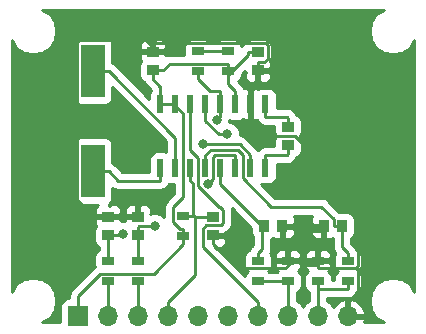
<source format=gtl>
G04 #@! TF.GenerationSoftware,KiCad,Pcbnew,(2018-02-15 revision 29b28de31)-makepkg*
G04 #@! TF.CreationDate,2018-12-22T18:26:03+03:00*
G04 #@! TF.ProjectId,CS5490_Breakout,4353353439305F427265616B6F75742E,rev?*
G04 #@! TF.SameCoordinates,Original*
G04 #@! TF.FileFunction,Copper,L1,Top,Signal*
G04 #@! TF.FilePolarity,Positive*
%FSLAX46Y46*%
G04 Gerber Fmt 4.6, Leading zero omitted, Abs format (unit mm)*
G04 Created by KiCad (PCBNEW (2018-02-15 revision 29b28de31)-makepkg) date 12/22/18 18:26:03*
%MOMM*%
%LPD*%
G01*
G04 APERTURE LIST*
%ADD10R,1.000000X0.670000*%
%ADD11R,0.820000X1.000000*%
%ADD12R,1.000000X0.820000*%
%ADD13R,2.000000X4.500000*%
%ADD14R,1.700000X1.700000*%
%ADD15O,1.700000X1.700000*%
%ADD16R,0.600000X1.500000*%
%ADD17C,0.800000*%
%ADD18C,0.250000*%
%ADD19C,0.254000*%
G04 APERTURE END LIST*
D10*
X152400000Y-100725000D03*
X152400000Y-102475000D03*
D11*
X157010000Y-115570000D03*
X155410000Y-115570000D03*
X160490000Y-115570000D03*
X162090000Y-115570000D03*
D12*
X142240000Y-114770000D03*
X142240000Y-116370000D03*
X144780000Y-114770000D03*
X144780000Y-116370000D03*
X151130000Y-114770000D03*
X151130000Y-116370000D03*
X154940000Y-102400000D03*
X154940000Y-100800000D03*
X146050000Y-100800000D03*
X146050000Y-102400000D03*
X157480000Y-107150000D03*
X157480000Y-108750000D03*
D10*
X148590000Y-116445000D03*
X148590000Y-114695000D03*
X149860000Y-100725000D03*
X149860000Y-102475000D03*
X157480000Y-120255000D03*
X157480000Y-118505000D03*
X160020000Y-120255000D03*
X160020000Y-118505000D03*
X162560000Y-120255000D03*
X162560000Y-118505000D03*
X154940000Y-118505000D03*
X154940000Y-120255000D03*
X144780000Y-120255000D03*
X144780000Y-118505000D03*
X142240000Y-118505000D03*
X142240000Y-120255000D03*
D13*
X140970000Y-102430000D03*
X140970000Y-110930000D03*
D14*
X139700000Y-123190000D03*
D15*
X142240000Y-123190000D03*
X144780000Y-123190000D03*
X147320000Y-123190000D03*
X149860000Y-123190000D03*
X152400000Y-123190000D03*
X154940000Y-123190000D03*
X157480000Y-123190000D03*
X160020000Y-123190000D03*
X162560000Y-123190000D03*
D16*
X146685000Y-110650000D03*
X147955000Y-110650000D03*
X149225000Y-110650000D03*
X150495000Y-110650000D03*
X151765000Y-110650000D03*
X153035000Y-110650000D03*
X154305000Y-110650000D03*
X155575000Y-110650000D03*
X155575000Y-105250000D03*
X154305000Y-105250000D03*
X153035000Y-105250000D03*
X151765000Y-105250000D03*
X150495000Y-105250000D03*
X149225000Y-105250000D03*
X147955000Y-105250000D03*
X146685000Y-105250000D03*
D17*
X150738800Y-112029500D03*
X143510000Y-116210000D03*
X150320200Y-108653500D03*
X146225300Y-115531700D03*
X167640000Y-119380000D03*
X167640000Y-113030000D03*
X167640000Y-106680000D03*
X167640000Y-101600000D03*
X134620000Y-101600000D03*
X134620000Y-106680000D03*
X134620000Y-113030000D03*
X134620000Y-119380000D03*
X163830000Y-97790000D03*
X157480000Y-97790000D03*
X151130000Y-97790000D03*
X144780000Y-97790000D03*
X138430000Y-97790000D03*
X152358300Y-107764400D03*
X151474500Y-106600300D03*
D18*
X143090600Y-111725300D02*
X142295300Y-110930000D01*
X146685000Y-111725300D02*
X143090600Y-111725300D01*
X146685000Y-110650000D02*
X146685000Y-111725300D01*
X140970000Y-110930000D02*
X142295300Y-110930000D01*
X147955000Y-108089700D02*
X142295300Y-102430000D01*
X147955000Y-110650000D02*
X147955000Y-108089700D01*
X140970000Y-102430000D02*
X142295300Y-102430000D01*
X142240000Y-118505000D02*
X142240000Y-116370000D01*
X143225300Y-116210000D02*
X143065300Y-116370000D01*
X143510000Y-116210000D02*
X143225300Y-116210000D01*
X142240000Y-116370000D02*
X143065300Y-116370000D01*
X153035000Y-110650000D02*
X153035000Y-109574700D01*
X151139600Y-111628700D02*
X150738800Y-112029500D01*
X151139600Y-109765300D02*
X151139600Y-111628700D01*
X151330200Y-109574700D02*
X151139600Y-109765300D01*
X153035000Y-109574700D02*
X151330200Y-109574700D01*
X144780000Y-118505000D02*
X144780000Y-116370000D01*
X144883000Y-115531700D02*
X144780000Y-115634700D01*
X146225300Y-115531700D02*
X144883000Y-115531700D01*
X144780000Y-116370000D02*
X144780000Y-115634700D01*
X154305000Y-110650000D02*
X154305000Y-109574700D01*
X153387600Y-108653500D02*
X150320200Y-108653500D01*
X154305000Y-109570900D02*
X153387600Y-108653500D01*
X154305000Y-109574700D02*
X154305000Y-109570900D01*
X155410000Y-115570000D02*
X155292500Y-115570000D01*
X155292500Y-117492200D02*
X154940000Y-117844700D01*
X155292500Y-115570000D02*
X155292500Y-117492200D01*
X154940000Y-118505000D02*
X154940000Y-117844700D01*
X151765000Y-112042500D02*
X151765000Y-110650000D01*
X155292500Y-115570000D02*
X151765000Y-112042500D01*
X162560000Y-118505000D02*
X162560000Y-117844700D01*
X162090000Y-117374700D02*
X162090000Y-115570000D01*
X162560000Y-117844700D02*
X162090000Y-117374700D01*
X150495000Y-110650000D02*
X150495000Y-109574700D01*
X162090000Y-115570000D02*
X161354700Y-115570000D01*
X150945300Y-109124400D02*
X150495000Y-109574700D01*
X153221600Y-109124400D02*
X150945300Y-109124400D01*
X153660400Y-109563200D02*
X153221600Y-109124400D01*
X153660400Y-111537300D02*
X153660400Y-109563200D01*
X156069900Y-113946800D02*
X153660400Y-111537300D01*
X160283000Y-113946800D02*
X156069900Y-113946800D01*
X161354700Y-115018500D02*
X160283000Y-113946800D01*
X161354700Y-115570000D02*
X161354700Y-115018500D01*
X154940000Y-102400000D02*
X154940000Y-101664700D01*
X154305000Y-103770300D02*
X154940000Y-103135300D01*
X154305000Y-105250000D02*
X154305000Y-103770300D01*
X154940000Y-102400000D02*
X154940000Y-103135300D01*
X154305000Y-105250000D02*
X154305000Y-106325300D01*
X160020000Y-116865300D02*
X160490000Y-116395300D01*
X160020000Y-118505000D02*
X160020000Y-116865300D01*
X162560000Y-123190000D02*
X162560000Y-122014700D01*
X163385400Y-121189300D02*
X162560000Y-122014700D01*
X163385400Y-119343400D02*
X163385400Y-121189300D01*
X163207400Y-119165400D02*
X163385400Y-119343400D01*
X160020100Y-119165400D02*
X160020000Y-119165300D01*
X163207400Y-119165400D02*
X160020100Y-119165400D01*
X160490000Y-115570000D02*
X160490000Y-115982600D01*
X160490000Y-115982600D02*
X160490000Y-116395300D01*
X158157900Y-115982600D02*
X157745300Y-115570000D01*
X160490000Y-115982600D02*
X158157900Y-115982600D01*
X157010000Y-115570000D02*
X157745300Y-115570000D01*
X155912300Y-107932600D02*
X154305000Y-106325300D01*
X158056500Y-107932600D02*
X155912300Y-107932600D01*
X163385400Y-113261500D02*
X158056500Y-107932600D01*
X163385400Y-118987400D02*
X163385400Y-113261500D01*
X163207400Y-119165400D02*
X163385400Y-118987400D01*
X155491500Y-101664700D02*
X154940000Y-101664700D01*
X155765400Y-101390800D02*
X155491500Y-101664700D01*
X155765400Y-100231500D02*
X155765400Y-101390800D01*
X155598600Y-100064700D02*
X155765400Y-100231500D01*
X146057600Y-100064700D02*
X155598600Y-100064700D01*
X146050000Y-100072300D02*
X146057600Y-100064700D01*
X160020000Y-118505000D02*
X160020000Y-118835100D01*
X160020000Y-118835100D02*
X160020000Y-119165300D01*
X158635400Y-118835100D02*
X158305300Y-118505000D01*
X160020000Y-118835100D02*
X158635400Y-118835100D01*
X157480000Y-118505000D02*
X157892700Y-118505000D01*
X157892700Y-118505000D02*
X158305300Y-118505000D01*
X153190100Y-119165400D02*
X151130000Y-117105300D01*
X157232300Y-119165400D02*
X153190100Y-119165400D01*
X157892700Y-118505000D02*
X157232300Y-119165400D01*
X151130000Y-116370000D02*
X151130000Y-117105300D01*
X142240000Y-114770000D02*
X144780000Y-114770000D01*
X146050000Y-100800000D02*
X146050000Y-100436100D01*
X146050000Y-100436100D02*
X146050000Y-100072300D01*
X141075500Y-114770000D02*
X142240000Y-114770000D01*
X139644600Y-113339100D02*
X141075500Y-114770000D01*
X139644600Y-99998400D02*
X139644600Y-113339100D01*
X139788400Y-99854600D02*
X139644600Y-99998400D01*
X145468500Y-99854600D02*
X139788400Y-99854600D01*
X146050000Y-100436100D02*
X145468500Y-99854600D01*
X149860000Y-100725000D02*
X152400000Y-100725000D01*
X153035000Y-105250000D02*
X153035000Y-104174700D01*
X152400000Y-103539700D02*
X153035000Y-104174700D01*
X152400000Y-103135300D02*
X152400000Y-103539700D01*
X152400000Y-102805100D02*
X152400000Y-103135300D01*
X154114700Y-101090400D02*
X154114700Y-100800000D01*
X152400000Y-102805100D02*
X154114700Y-101090400D01*
X154940000Y-100800000D02*
X154114700Y-100800000D01*
X147955000Y-105250000D02*
X147955000Y-105373600D01*
X152400000Y-102640000D02*
X152400000Y-102805100D01*
X146100700Y-119594600D02*
X148590000Y-117105300D01*
X141604100Y-119594600D02*
X146100700Y-119594600D01*
X139700000Y-121498700D02*
X141604100Y-119594600D01*
X139700000Y-123190000D02*
X139700000Y-121498700D01*
X148590000Y-116445000D02*
X148590000Y-117105300D01*
X146685000Y-103770300D02*
X146050000Y-103135300D01*
X146685000Y-105250000D02*
X146685000Y-103770300D01*
X146050000Y-102400000D02*
X146050000Y-103135300D01*
X152400000Y-102640000D02*
X152400000Y-102475000D01*
X147460600Y-101814700D02*
X146875300Y-102400000D01*
X152400000Y-101814700D02*
X147460600Y-101814700D01*
X152400000Y-102475000D02*
X152400000Y-101814700D01*
X146050000Y-102400000D02*
X146875300Y-102400000D01*
X147831400Y-105250000D02*
X147955000Y-105373600D01*
X146685000Y-105250000D02*
X147831400Y-105250000D01*
X148590000Y-116445000D02*
X148590000Y-115784700D01*
X148342400Y-115784700D02*
X148590000Y-115784700D01*
X147757700Y-115200000D02*
X148342400Y-115784700D01*
X147757700Y-113962700D02*
X147757700Y-115200000D01*
X148580300Y-113140100D02*
X147757700Y-113962700D01*
X148580300Y-105998900D02*
X148580300Y-113140100D01*
X147955000Y-105373600D02*
X148580300Y-105998900D01*
X155575000Y-110650000D02*
X155575000Y-109574700D01*
X157480000Y-108750000D02*
X157480000Y-109485300D01*
X157390600Y-109574700D02*
X155575000Y-109574700D01*
X157480000Y-109485300D02*
X157390600Y-109574700D01*
X157390600Y-106325300D02*
X157480000Y-106414700D01*
X155575000Y-106325300D02*
X157390600Y-106325300D01*
X155575000Y-105250000D02*
X155575000Y-106325300D01*
X157480000Y-107150000D02*
X157480000Y-106414700D01*
X151612800Y-107764400D02*
X152358300Y-107764400D01*
X150495000Y-106646600D02*
X151612800Y-107764400D01*
X150495000Y-105250000D02*
X150495000Y-106646600D01*
X149225000Y-105250000D02*
X149225000Y-106325300D01*
X154940000Y-123190000D02*
X154940000Y-122014700D01*
X150264100Y-117338800D02*
X154940000Y-122014700D01*
X150264100Y-115803600D02*
X150264100Y-117338800D01*
X150562300Y-115505400D02*
X150264100Y-115803600D01*
X151777200Y-115505400D02*
X150562300Y-115505400D01*
X151955400Y-115327200D02*
X151777200Y-115505400D01*
X151955400Y-114188900D02*
X151955400Y-115327200D01*
X151707200Y-113940700D02*
X151955400Y-114188900D01*
X151624300Y-113940700D02*
X151707200Y-113940700D01*
X149865700Y-112182100D02*
X151624300Y-113940700D01*
X149865700Y-109780600D02*
X149865700Y-112182100D01*
X149225000Y-109139900D02*
X149865700Y-109780600D01*
X149225000Y-106325300D02*
X149225000Y-109139900D01*
X142240000Y-123190000D02*
X142240000Y-120255000D01*
X144780000Y-123190000D02*
X144780000Y-120255000D01*
X157480000Y-123190000D02*
X157480000Y-120255000D01*
X154940000Y-120255000D02*
X157480000Y-120255000D01*
X162560000Y-120255000D02*
X162560000Y-120915300D01*
X160020000Y-120915300D02*
X162560000Y-120915300D01*
X160020000Y-123190000D02*
X160020000Y-120915300D01*
X160020000Y-120915300D02*
X160020000Y-120255000D01*
X149860000Y-102475000D02*
X149860000Y-103135300D01*
X150899400Y-104174700D02*
X151765000Y-104174700D01*
X149860000Y-103135300D02*
X150899400Y-104174700D01*
X151765000Y-104824900D02*
X151765000Y-104174700D01*
X151765000Y-104824900D02*
X151765000Y-105250000D01*
X151765000Y-105250000D02*
X151765000Y-106325300D01*
X151749500Y-106325300D02*
X151474500Y-106600300D01*
X151765000Y-106325300D02*
X151749500Y-106325300D01*
X148590000Y-114695000D02*
X149415300Y-114695000D01*
X151130000Y-114770000D02*
X150304700Y-114770000D01*
X149634800Y-114770000D02*
X150304700Y-114770000D01*
X149634800Y-119699900D02*
X149634800Y-114770000D01*
X147320000Y-122014700D02*
X149634800Y-119699900D01*
X147320000Y-123190000D02*
X147320000Y-122014700D01*
X149559800Y-114695000D02*
X149415300Y-114695000D01*
X149634800Y-114770000D02*
X149559800Y-114695000D01*
X149415300Y-111915600D02*
X149415300Y-114695000D01*
X149225000Y-111725300D02*
X149415300Y-111915600D01*
X149225000Y-110650000D02*
X149225000Y-111725300D01*
D19*
G36*
X164969929Y-97659929D02*
X164540719Y-98302287D01*
X164390000Y-99060000D01*
X164540719Y-99817713D01*
X164969929Y-100460071D01*
X165612287Y-100889281D01*
X166370000Y-101040000D01*
X167127713Y-100889281D01*
X167770071Y-100460071D01*
X168175000Y-99854052D01*
X168175001Y-121125949D01*
X167770071Y-120519929D01*
X167127713Y-120090719D01*
X166370000Y-119940000D01*
X165612287Y-120090719D01*
X164969929Y-120519929D01*
X164540719Y-121162287D01*
X164390000Y-121920000D01*
X164540719Y-122677713D01*
X164969929Y-123320071D01*
X165575948Y-123725000D01*
X163917842Y-123725000D01*
X164001486Y-123546892D01*
X163880819Y-123317000D01*
X162687000Y-123317000D01*
X162687000Y-123337000D01*
X162433000Y-123337000D01*
X162433000Y-123317000D01*
X162413000Y-123317000D01*
X162413000Y-123063000D01*
X162433000Y-123063000D01*
X162433000Y-121869845D01*
X162687000Y-121869845D01*
X162687000Y-123063000D01*
X163880819Y-123063000D01*
X164001486Y-122833108D01*
X163755183Y-122308642D01*
X163326924Y-121918355D01*
X162916890Y-121748524D01*
X162687000Y-121869845D01*
X162433000Y-121869845D01*
X162203110Y-121748524D01*
X161793076Y-121918355D01*
X161364817Y-122308642D01*
X161303843Y-122438478D01*
X161090625Y-122119375D01*
X160780000Y-121911822D01*
X160780000Y-121675300D01*
X162485148Y-121675300D01*
X162560000Y-121690189D01*
X162856537Y-121631204D01*
X163107929Y-121463229D01*
X163275904Y-121211837D01*
X163279496Y-121193780D01*
X163307765Y-121188157D01*
X163517809Y-121047809D01*
X163658157Y-120837765D01*
X163707440Y-120590000D01*
X163707440Y-119920000D01*
X163658157Y-119672235D01*
X163517809Y-119462191D01*
X163394802Y-119380000D01*
X163517809Y-119297809D01*
X163658157Y-119087765D01*
X163707440Y-118840000D01*
X163707440Y-118170000D01*
X163658157Y-117922235D01*
X163517809Y-117712191D01*
X163307765Y-117571843D01*
X163279496Y-117566220D01*
X163275904Y-117548163D01*
X163107929Y-117296771D01*
X163044472Y-117254371D01*
X162850000Y-117059899D01*
X162850000Y-116599845D01*
X162957809Y-116527809D01*
X163098157Y-116317765D01*
X163147440Y-116070000D01*
X163147440Y-115070000D01*
X163098157Y-114822235D01*
X162957809Y-114612191D01*
X162747765Y-114471843D01*
X162500000Y-114422560D01*
X161833562Y-114422560D01*
X160873331Y-113462330D01*
X160830929Y-113398871D01*
X160579537Y-113230896D01*
X160357852Y-113186800D01*
X160357847Y-113186800D01*
X160283000Y-113171912D01*
X160208153Y-113186800D01*
X156384702Y-113186800D01*
X155237977Y-112040076D01*
X155275000Y-112047440D01*
X155875000Y-112047440D01*
X156122765Y-111998157D01*
X156332809Y-111857809D01*
X156473157Y-111647765D01*
X156522440Y-111400000D01*
X156522440Y-110334700D01*
X157315753Y-110334700D01*
X157390600Y-110349588D01*
X157465447Y-110334700D01*
X157465452Y-110334700D01*
X157687137Y-110290604D01*
X157938529Y-110122629D01*
X157974338Y-110069038D01*
X158027929Y-110033229D01*
X158195904Y-109781837D01*
X158199496Y-109763780D01*
X158227765Y-109758157D01*
X158437809Y-109617809D01*
X158578157Y-109407765D01*
X158627440Y-109160000D01*
X158627440Y-108340000D01*
X158578157Y-108092235D01*
X158483118Y-107950000D01*
X158578157Y-107807765D01*
X158627440Y-107560000D01*
X158627440Y-106740000D01*
X158578157Y-106492235D01*
X158437809Y-106282191D01*
X158227765Y-106141843D01*
X158199496Y-106136220D01*
X158195904Y-106118163D01*
X158027929Y-105866771D01*
X157974338Y-105830962D01*
X157938529Y-105777371D01*
X157687137Y-105609396D01*
X157465452Y-105565300D01*
X157465447Y-105565300D01*
X157390600Y-105550412D01*
X157315753Y-105565300D01*
X156522440Y-105565300D01*
X156522440Y-104500000D01*
X156473157Y-104252235D01*
X156332809Y-104042191D01*
X156122765Y-103901843D01*
X155875000Y-103852560D01*
X155275000Y-103852560D01*
X155027235Y-103901843D01*
X154948028Y-103954768D01*
X154731310Y-103865000D01*
X154590750Y-103865000D01*
X154432000Y-104023750D01*
X154432000Y-105123000D01*
X154452000Y-105123000D01*
X154452000Y-105377000D01*
X154432000Y-105377000D01*
X154432000Y-106476250D01*
X154590750Y-106635000D01*
X154731310Y-106635000D01*
X154851788Y-106585096D01*
X154859096Y-106621837D01*
X155027071Y-106873229D01*
X155278463Y-107041204D01*
X155500148Y-107085300D01*
X155575000Y-107100189D01*
X155649852Y-107085300D01*
X156332560Y-107085300D01*
X156332560Y-107560000D01*
X156381843Y-107807765D01*
X156476882Y-107950000D01*
X156381843Y-108092235D01*
X156332560Y-108340000D01*
X156332560Y-108814700D01*
X155649852Y-108814700D01*
X155575000Y-108799811D01*
X155500148Y-108814700D01*
X155278463Y-108858796D01*
X155027071Y-109026771D01*
X154941270Y-109155182D01*
X154895329Y-109086427D01*
X154852929Y-109022971D01*
X154789473Y-108980571D01*
X153977931Y-108169030D01*
X153935529Y-108105571D01*
X153684137Y-107937596D01*
X153462452Y-107893500D01*
X153462447Y-107893500D01*
X153393300Y-107879746D01*
X153393300Y-107558526D01*
X153235731Y-107178120D01*
X152944580Y-106886969D01*
X152564174Y-106729400D01*
X152509500Y-106729400D01*
X152509500Y-106602586D01*
X152735000Y-106647440D01*
X153335000Y-106647440D01*
X153582765Y-106598157D01*
X153661972Y-106545232D01*
X153878690Y-106635000D01*
X154019250Y-106635000D01*
X154178000Y-106476250D01*
X154178000Y-105377000D01*
X154158000Y-105377000D01*
X154158000Y-105123000D01*
X154178000Y-105123000D01*
X154178000Y-104023750D01*
X154019250Y-103865000D01*
X153878690Y-103865000D01*
X153758212Y-103914904D01*
X153750904Y-103878163D01*
X153582929Y-103626771D01*
X153519473Y-103584371D01*
X153264954Y-103329853D01*
X153357809Y-103267809D01*
X153498157Y-103057765D01*
X153547440Y-102810000D01*
X153547440Y-102732461D01*
X153805000Y-102474902D01*
X153805000Y-102527002D01*
X153963748Y-102527002D01*
X153805000Y-102685750D01*
X153805000Y-102936309D01*
X153901673Y-103169698D01*
X154080301Y-103348327D01*
X154313690Y-103445000D01*
X154654250Y-103445000D01*
X154813000Y-103286250D01*
X154813000Y-102527000D01*
X155067000Y-102527000D01*
X155067000Y-103286250D01*
X155225750Y-103445000D01*
X155566310Y-103445000D01*
X155799699Y-103348327D01*
X155978327Y-103169698D01*
X156075000Y-102936309D01*
X156075000Y-102685750D01*
X155916250Y-102527000D01*
X155067000Y-102527000D01*
X154813000Y-102527000D01*
X154793000Y-102527000D01*
X154793000Y-102273000D01*
X154813000Y-102273000D01*
X154813000Y-102253000D01*
X155067000Y-102253000D01*
X155067000Y-102273000D01*
X155916250Y-102273000D01*
X156075000Y-102114250D01*
X156075000Y-101863691D01*
X155978327Y-101630302D01*
X155945083Y-101597058D01*
X156038157Y-101457765D01*
X156087440Y-101210000D01*
X156087440Y-100390000D01*
X156038157Y-100142235D01*
X155897809Y-99932191D01*
X155687765Y-99791843D01*
X155440000Y-99742560D01*
X154440000Y-99742560D01*
X154192235Y-99791843D01*
X153982191Y-99932191D01*
X153890275Y-100069752D01*
X153818163Y-100084096D01*
X153566771Y-100252071D01*
X153530733Y-100306006D01*
X153498157Y-100142235D01*
X153357809Y-99932191D01*
X153147765Y-99791843D01*
X152900000Y-99742560D01*
X151900000Y-99742560D01*
X151652235Y-99791843D01*
X151442191Y-99932191D01*
X151420269Y-99965000D01*
X150839731Y-99965000D01*
X150817809Y-99932191D01*
X150607765Y-99791843D01*
X150360000Y-99742560D01*
X149360000Y-99742560D01*
X149112235Y-99791843D01*
X148902191Y-99932191D01*
X148761843Y-100142235D01*
X148712560Y-100390000D01*
X148712560Y-101054700D01*
X147535446Y-101054700D01*
X147460599Y-101039812D01*
X147385752Y-101054700D01*
X147385748Y-101054700D01*
X147185000Y-101094631D01*
X147185000Y-101085750D01*
X147026250Y-100927000D01*
X146177000Y-100927000D01*
X146177000Y-100947000D01*
X145923000Y-100947000D01*
X145923000Y-100927000D01*
X145073750Y-100927000D01*
X144915000Y-101085750D01*
X144915000Y-101336309D01*
X145011673Y-101569698D01*
X145044917Y-101602942D01*
X144951843Y-101742235D01*
X144902560Y-101990000D01*
X144902560Y-102810000D01*
X144951843Y-103057765D01*
X145092191Y-103267809D01*
X145302235Y-103408157D01*
X145330505Y-103413780D01*
X145334097Y-103431837D01*
X145456183Y-103614551D01*
X145502072Y-103683229D01*
X145565528Y-103725629D01*
X145909126Y-104069227D01*
X145786843Y-104252235D01*
X145737560Y-104500000D01*
X145737560Y-104797458D01*
X142885631Y-101945530D01*
X142843229Y-101882071D01*
X142617440Y-101731203D01*
X142617440Y-100263691D01*
X144915000Y-100263691D01*
X144915000Y-100514250D01*
X145073750Y-100673000D01*
X145923000Y-100673000D01*
X145923000Y-99913750D01*
X146177000Y-99913750D01*
X146177000Y-100673000D01*
X147026250Y-100673000D01*
X147185000Y-100514250D01*
X147185000Y-100263691D01*
X147088327Y-100030302D01*
X146909699Y-99851673D01*
X146676310Y-99755000D01*
X146335750Y-99755000D01*
X146177000Y-99913750D01*
X145923000Y-99913750D01*
X145764250Y-99755000D01*
X145423690Y-99755000D01*
X145190301Y-99851673D01*
X145011673Y-100030302D01*
X144915000Y-100263691D01*
X142617440Y-100263691D01*
X142617440Y-100180000D01*
X142568157Y-99932235D01*
X142427809Y-99722191D01*
X142217765Y-99581843D01*
X141970000Y-99532560D01*
X139970000Y-99532560D01*
X139722235Y-99581843D01*
X139512191Y-99722191D01*
X139371843Y-99932235D01*
X139322560Y-100180000D01*
X139322560Y-104680000D01*
X139371843Y-104927765D01*
X139512191Y-105137809D01*
X139722235Y-105278157D01*
X139970000Y-105327440D01*
X141970000Y-105327440D01*
X142217765Y-105278157D01*
X142427809Y-105137809D01*
X142568157Y-104927765D01*
X142617440Y-104680000D01*
X142617440Y-103826941D01*
X147195001Y-108404504D01*
X147195001Y-109294331D01*
X146985000Y-109252560D01*
X146385000Y-109252560D01*
X146137235Y-109301843D01*
X145927191Y-109442191D01*
X145786843Y-109652235D01*
X145737560Y-109900000D01*
X145737560Y-110965300D01*
X143405402Y-110965300D01*
X142885631Y-110445530D01*
X142843229Y-110382071D01*
X142617440Y-110231203D01*
X142617440Y-108680000D01*
X142568157Y-108432235D01*
X142427809Y-108222191D01*
X142217765Y-108081843D01*
X141970000Y-108032560D01*
X139970000Y-108032560D01*
X139722235Y-108081843D01*
X139512191Y-108222191D01*
X139371843Y-108432235D01*
X139322560Y-108680000D01*
X139322560Y-113180000D01*
X139371843Y-113427765D01*
X139512191Y-113637809D01*
X139722235Y-113778157D01*
X139970000Y-113827440D01*
X141374534Y-113827440D01*
X141201673Y-114000302D01*
X141105000Y-114233691D01*
X141105000Y-114484250D01*
X141263750Y-114643000D01*
X142113000Y-114643000D01*
X142113000Y-114623000D01*
X142367000Y-114623000D01*
X142367000Y-114643000D01*
X143216250Y-114643000D01*
X143375000Y-114484250D01*
X143375000Y-114233691D01*
X143645000Y-114233691D01*
X143645000Y-114484250D01*
X143803750Y-114643000D01*
X144653000Y-114643000D01*
X144653000Y-113883750D01*
X144494250Y-113725000D01*
X144153690Y-113725000D01*
X143920301Y-113821673D01*
X143741673Y-114000302D01*
X143645000Y-114233691D01*
X143375000Y-114233691D01*
X143278327Y-114000302D01*
X143099699Y-113821673D01*
X142866310Y-113725000D01*
X142525750Y-113725000D01*
X142367002Y-113883748D01*
X142367002Y-113725000D01*
X142297319Y-113725000D01*
X142427809Y-113637809D01*
X142568157Y-113427765D01*
X142617440Y-113180000D01*
X142617440Y-112323188D01*
X142794063Y-112441204D01*
X143015748Y-112485300D01*
X143015752Y-112485300D01*
X143090599Y-112500188D01*
X143165446Y-112485300D01*
X146610148Y-112485300D01*
X146685000Y-112500189D01*
X146981537Y-112441204D01*
X147232929Y-112273229D01*
X147400904Y-112021837D01*
X147405804Y-111997201D01*
X147407235Y-111998157D01*
X147655000Y-112047440D01*
X147820301Y-112047440D01*
X147820301Y-112825297D01*
X147273230Y-113372369D01*
X147209771Y-113414771D01*
X147041796Y-113666164D01*
X146997700Y-113887849D01*
X146997700Y-113887853D01*
X146982812Y-113962700D01*
X146997700Y-114037547D01*
X146997701Y-114840390D01*
X146811580Y-114654269D01*
X146431174Y-114496700D01*
X146019426Y-114496700D01*
X145819906Y-114579344D01*
X145915000Y-114484250D01*
X145915000Y-114233691D01*
X145818327Y-114000302D01*
X145639699Y-113821673D01*
X145406310Y-113725000D01*
X145065750Y-113725000D01*
X144907000Y-113883750D01*
X144907000Y-114643000D01*
X144927000Y-114643000D01*
X144927000Y-114765564D01*
X144883000Y-114756812D01*
X144808153Y-114771700D01*
X144808148Y-114771700D01*
X144586463Y-114815796D01*
X144464933Y-114897000D01*
X143803750Y-114897000D01*
X143645000Y-115055750D01*
X143645000Y-115175000D01*
X143375000Y-115175000D01*
X143375000Y-115055750D01*
X143216250Y-114897000D01*
X142367000Y-114897000D01*
X142367000Y-114917000D01*
X142113000Y-114917000D01*
X142113000Y-114897000D01*
X141263750Y-114897000D01*
X141105000Y-115055750D01*
X141105000Y-115306309D01*
X141201673Y-115539698D01*
X141234917Y-115572942D01*
X141141843Y-115712235D01*
X141092560Y-115960000D01*
X141092560Y-116780000D01*
X141141843Y-117027765D01*
X141282191Y-117237809D01*
X141480001Y-117369982D01*
X141480000Y-117580018D01*
X141282191Y-117712191D01*
X141141843Y-117922235D01*
X141092560Y-118170000D01*
X141092560Y-118840000D01*
X141124577Y-119000963D01*
X141056171Y-119046671D01*
X141013771Y-119110127D01*
X139215528Y-120908371D01*
X139152072Y-120950771D01*
X139109672Y-121014227D01*
X139109671Y-121014228D01*
X138984097Y-121202163D01*
X138925112Y-121498700D01*
X138940001Y-121573551D01*
X138940001Y-121692560D01*
X138850000Y-121692560D01*
X138602235Y-121741843D01*
X138392191Y-121882191D01*
X138251843Y-122092235D01*
X138202560Y-122340000D01*
X138202560Y-123725000D01*
X136684052Y-123725000D01*
X137290071Y-123320071D01*
X137719281Y-122677713D01*
X137870000Y-121920000D01*
X137719281Y-121162287D01*
X137290071Y-120519929D01*
X136647713Y-120090719D01*
X135890000Y-119940000D01*
X135132287Y-120090719D01*
X134489929Y-120519929D01*
X134085000Y-121125948D01*
X134085000Y-99854052D01*
X134489929Y-100460071D01*
X135132287Y-100889281D01*
X135890000Y-101040000D01*
X136647713Y-100889281D01*
X137290071Y-100460071D01*
X137719281Y-99817713D01*
X137870000Y-99060000D01*
X137719281Y-98302287D01*
X137290071Y-97659929D01*
X136684052Y-97255000D01*
X165575948Y-97255000D01*
X164969929Y-97659929D01*
X164969929Y-97659929D01*
G37*
X164969929Y-97659929D02*
X164540719Y-98302287D01*
X164390000Y-99060000D01*
X164540719Y-99817713D01*
X164969929Y-100460071D01*
X165612287Y-100889281D01*
X166370000Y-101040000D01*
X167127713Y-100889281D01*
X167770071Y-100460071D01*
X168175000Y-99854052D01*
X168175001Y-121125949D01*
X167770071Y-120519929D01*
X167127713Y-120090719D01*
X166370000Y-119940000D01*
X165612287Y-120090719D01*
X164969929Y-120519929D01*
X164540719Y-121162287D01*
X164390000Y-121920000D01*
X164540719Y-122677713D01*
X164969929Y-123320071D01*
X165575948Y-123725000D01*
X163917842Y-123725000D01*
X164001486Y-123546892D01*
X163880819Y-123317000D01*
X162687000Y-123317000D01*
X162687000Y-123337000D01*
X162433000Y-123337000D01*
X162433000Y-123317000D01*
X162413000Y-123317000D01*
X162413000Y-123063000D01*
X162433000Y-123063000D01*
X162433000Y-121869845D01*
X162687000Y-121869845D01*
X162687000Y-123063000D01*
X163880819Y-123063000D01*
X164001486Y-122833108D01*
X163755183Y-122308642D01*
X163326924Y-121918355D01*
X162916890Y-121748524D01*
X162687000Y-121869845D01*
X162433000Y-121869845D01*
X162203110Y-121748524D01*
X161793076Y-121918355D01*
X161364817Y-122308642D01*
X161303843Y-122438478D01*
X161090625Y-122119375D01*
X160780000Y-121911822D01*
X160780000Y-121675300D01*
X162485148Y-121675300D01*
X162560000Y-121690189D01*
X162856537Y-121631204D01*
X163107929Y-121463229D01*
X163275904Y-121211837D01*
X163279496Y-121193780D01*
X163307765Y-121188157D01*
X163517809Y-121047809D01*
X163658157Y-120837765D01*
X163707440Y-120590000D01*
X163707440Y-119920000D01*
X163658157Y-119672235D01*
X163517809Y-119462191D01*
X163394802Y-119380000D01*
X163517809Y-119297809D01*
X163658157Y-119087765D01*
X163707440Y-118840000D01*
X163707440Y-118170000D01*
X163658157Y-117922235D01*
X163517809Y-117712191D01*
X163307765Y-117571843D01*
X163279496Y-117566220D01*
X163275904Y-117548163D01*
X163107929Y-117296771D01*
X163044472Y-117254371D01*
X162850000Y-117059899D01*
X162850000Y-116599845D01*
X162957809Y-116527809D01*
X163098157Y-116317765D01*
X163147440Y-116070000D01*
X163147440Y-115070000D01*
X163098157Y-114822235D01*
X162957809Y-114612191D01*
X162747765Y-114471843D01*
X162500000Y-114422560D01*
X161833562Y-114422560D01*
X160873331Y-113462330D01*
X160830929Y-113398871D01*
X160579537Y-113230896D01*
X160357852Y-113186800D01*
X160357847Y-113186800D01*
X160283000Y-113171912D01*
X160208153Y-113186800D01*
X156384702Y-113186800D01*
X155237977Y-112040076D01*
X155275000Y-112047440D01*
X155875000Y-112047440D01*
X156122765Y-111998157D01*
X156332809Y-111857809D01*
X156473157Y-111647765D01*
X156522440Y-111400000D01*
X156522440Y-110334700D01*
X157315753Y-110334700D01*
X157390600Y-110349588D01*
X157465447Y-110334700D01*
X157465452Y-110334700D01*
X157687137Y-110290604D01*
X157938529Y-110122629D01*
X157974338Y-110069038D01*
X158027929Y-110033229D01*
X158195904Y-109781837D01*
X158199496Y-109763780D01*
X158227765Y-109758157D01*
X158437809Y-109617809D01*
X158578157Y-109407765D01*
X158627440Y-109160000D01*
X158627440Y-108340000D01*
X158578157Y-108092235D01*
X158483118Y-107950000D01*
X158578157Y-107807765D01*
X158627440Y-107560000D01*
X158627440Y-106740000D01*
X158578157Y-106492235D01*
X158437809Y-106282191D01*
X158227765Y-106141843D01*
X158199496Y-106136220D01*
X158195904Y-106118163D01*
X158027929Y-105866771D01*
X157974338Y-105830962D01*
X157938529Y-105777371D01*
X157687137Y-105609396D01*
X157465452Y-105565300D01*
X157465447Y-105565300D01*
X157390600Y-105550412D01*
X157315753Y-105565300D01*
X156522440Y-105565300D01*
X156522440Y-104500000D01*
X156473157Y-104252235D01*
X156332809Y-104042191D01*
X156122765Y-103901843D01*
X155875000Y-103852560D01*
X155275000Y-103852560D01*
X155027235Y-103901843D01*
X154948028Y-103954768D01*
X154731310Y-103865000D01*
X154590750Y-103865000D01*
X154432000Y-104023750D01*
X154432000Y-105123000D01*
X154452000Y-105123000D01*
X154452000Y-105377000D01*
X154432000Y-105377000D01*
X154432000Y-106476250D01*
X154590750Y-106635000D01*
X154731310Y-106635000D01*
X154851788Y-106585096D01*
X154859096Y-106621837D01*
X155027071Y-106873229D01*
X155278463Y-107041204D01*
X155500148Y-107085300D01*
X155575000Y-107100189D01*
X155649852Y-107085300D01*
X156332560Y-107085300D01*
X156332560Y-107560000D01*
X156381843Y-107807765D01*
X156476882Y-107950000D01*
X156381843Y-108092235D01*
X156332560Y-108340000D01*
X156332560Y-108814700D01*
X155649852Y-108814700D01*
X155575000Y-108799811D01*
X155500148Y-108814700D01*
X155278463Y-108858796D01*
X155027071Y-109026771D01*
X154941270Y-109155182D01*
X154895329Y-109086427D01*
X154852929Y-109022971D01*
X154789473Y-108980571D01*
X153977931Y-108169030D01*
X153935529Y-108105571D01*
X153684137Y-107937596D01*
X153462452Y-107893500D01*
X153462447Y-107893500D01*
X153393300Y-107879746D01*
X153393300Y-107558526D01*
X153235731Y-107178120D01*
X152944580Y-106886969D01*
X152564174Y-106729400D01*
X152509500Y-106729400D01*
X152509500Y-106602586D01*
X152735000Y-106647440D01*
X153335000Y-106647440D01*
X153582765Y-106598157D01*
X153661972Y-106545232D01*
X153878690Y-106635000D01*
X154019250Y-106635000D01*
X154178000Y-106476250D01*
X154178000Y-105377000D01*
X154158000Y-105377000D01*
X154158000Y-105123000D01*
X154178000Y-105123000D01*
X154178000Y-104023750D01*
X154019250Y-103865000D01*
X153878690Y-103865000D01*
X153758212Y-103914904D01*
X153750904Y-103878163D01*
X153582929Y-103626771D01*
X153519473Y-103584371D01*
X153264954Y-103329853D01*
X153357809Y-103267809D01*
X153498157Y-103057765D01*
X153547440Y-102810000D01*
X153547440Y-102732461D01*
X153805000Y-102474902D01*
X153805000Y-102527002D01*
X153963748Y-102527002D01*
X153805000Y-102685750D01*
X153805000Y-102936309D01*
X153901673Y-103169698D01*
X154080301Y-103348327D01*
X154313690Y-103445000D01*
X154654250Y-103445000D01*
X154813000Y-103286250D01*
X154813000Y-102527000D01*
X155067000Y-102527000D01*
X155067000Y-103286250D01*
X155225750Y-103445000D01*
X155566310Y-103445000D01*
X155799699Y-103348327D01*
X155978327Y-103169698D01*
X156075000Y-102936309D01*
X156075000Y-102685750D01*
X155916250Y-102527000D01*
X155067000Y-102527000D01*
X154813000Y-102527000D01*
X154793000Y-102527000D01*
X154793000Y-102273000D01*
X154813000Y-102273000D01*
X154813000Y-102253000D01*
X155067000Y-102253000D01*
X155067000Y-102273000D01*
X155916250Y-102273000D01*
X156075000Y-102114250D01*
X156075000Y-101863691D01*
X155978327Y-101630302D01*
X155945083Y-101597058D01*
X156038157Y-101457765D01*
X156087440Y-101210000D01*
X156087440Y-100390000D01*
X156038157Y-100142235D01*
X155897809Y-99932191D01*
X155687765Y-99791843D01*
X155440000Y-99742560D01*
X154440000Y-99742560D01*
X154192235Y-99791843D01*
X153982191Y-99932191D01*
X153890275Y-100069752D01*
X153818163Y-100084096D01*
X153566771Y-100252071D01*
X153530733Y-100306006D01*
X153498157Y-100142235D01*
X153357809Y-99932191D01*
X153147765Y-99791843D01*
X152900000Y-99742560D01*
X151900000Y-99742560D01*
X151652235Y-99791843D01*
X151442191Y-99932191D01*
X151420269Y-99965000D01*
X150839731Y-99965000D01*
X150817809Y-99932191D01*
X150607765Y-99791843D01*
X150360000Y-99742560D01*
X149360000Y-99742560D01*
X149112235Y-99791843D01*
X148902191Y-99932191D01*
X148761843Y-100142235D01*
X148712560Y-100390000D01*
X148712560Y-101054700D01*
X147535446Y-101054700D01*
X147460599Y-101039812D01*
X147385752Y-101054700D01*
X147385748Y-101054700D01*
X147185000Y-101094631D01*
X147185000Y-101085750D01*
X147026250Y-100927000D01*
X146177000Y-100927000D01*
X146177000Y-100947000D01*
X145923000Y-100947000D01*
X145923000Y-100927000D01*
X145073750Y-100927000D01*
X144915000Y-101085750D01*
X144915000Y-101336309D01*
X145011673Y-101569698D01*
X145044917Y-101602942D01*
X144951843Y-101742235D01*
X144902560Y-101990000D01*
X144902560Y-102810000D01*
X144951843Y-103057765D01*
X145092191Y-103267809D01*
X145302235Y-103408157D01*
X145330505Y-103413780D01*
X145334097Y-103431837D01*
X145456183Y-103614551D01*
X145502072Y-103683229D01*
X145565528Y-103725629D01*
X145909126Y-104069227D01*
X145786843Y-104252235D01*
X145737560Y-104500000D01*
X145737560Y-104797458D01*
X142885631Y-101945530D01*
X142843229Y-101882071D01*
X142617440Y-101731203D01*
X142617440Y-100263691D01*
X144915000Y-100263691D01*
X144915000Y-100514250D01*
X145073750Y-100673000D01*
X145923000Y-100673000D01*
X145923000Y-99913750D01*
X146177000Y-99913750D01*
X146177000Y-100673000D01*
X147026250Y-100673000D01*
X147185000Y-100514250D01*
X147185000Y-100263691D01*
X147088327Y-100030302D01*
X146909699Y-99851673D01*
X146676310Y-99755000D01*
X146335750Y-99755000D01*
X146177000Y-99913750D01*
X145923000Y-99913750D01*
X145764250Y-99755000D01*
X145423690Y-99755000D01*
X145190301Y-99851673D01*
X145011673Y-100030302D01*
X144915000Y-100263691D01*
X142617440Y-100263691D01*
X142617440Y-100180000D01*
X142568157Y-99932235D01*
X142427809Y-99722191D01*
X142217765Y-99581843D01*
X141970000Y-99532560D01*
X139970000Y-99532560D01*
X139722235Y-99581843D01*
X139512191Y-99722191D01*
X139371843Y-99932235D01*
X139322560Y-100180000D01*
X139322560Y-104680000D01*
X139371843Y-104927765D01*
X139512191Y-105137809D01*
X139722235Y-105278157D01*
X139970000Y-105327440D01*
X141970000Y-105327440D01*
X142217765Y-105278157D01*
X142427809Y-105137809D01*
X142568157Y-104927765D01*
X142617440Y-104680000D01*
X142617440Y-103826941D01*
X147195001Y-108404504D01*
X147195001Y-109294331D01*
X146985000Y-109252560D01*
X146385000Y-109252560D01*
X146137235Y-109301843D01*
X145927191Y-109442191D01*
X145786843Y-109652235D01*
X145737560Y-109900000D01*
X145737560Y-110965300D01*
X143405402Y-110965300D01*
X142885631Y-110445530D01*
X142843229Y-110382071D01*
X142617440Y-110231203D01*
X142617440Y-108680000D01*
X142568157Y-108432235D01*
X142427809Y-108222191D01*
X142217765Y-108081843D01*
X141970000Y-108032560D01*
X139970000Y-108032560D01*
X139722235Y-108081843D01*
X139512191Y-108222191D01*
X139371843Y-108432235D01*
X139322560Y-108680000D01*
X139322560Y-113180000D01*
X139371843Y-113427765D01*
X139512191Y-113637809D01*
X139722235Y-113778157D01*
X139970000Y-113827440D01*
X141374534Y-113827440D01*
X141201673Y-114000302D01*
X141105000Y-114233691D01*
X141105000Y-114484250D01*
X141263750Y-114643000D01*
X142113000Y-114643000D01*
X142113000Y-114623000D01*
X142367000Y-114623000D01*
X142367000Y-114643000D01*
X143216250Y-114643000D01*
X143375000Y-114484250D01*
X143375000Y-114233691D01*
X143645000Y-114233691D01*
X143645000Y-114484250D01*
X143803750Y-114643000D01*
X144653000Y-114643000D01*
X144653000Y-113883750D01*
X144494250Y-113725000D01*
X144153690Y-113725000D01*
X143920301Y-113821673D01*
X143741673Y-114000302D01*
X143645000Y-114233691D01*
X143375000Y-114233691D01*
X143278327Y-114000302D01*
X143099699Y-113821673D01*
X142866310Y-113725000D01*
X142525750Y-113725000D01*
X142367002Y-113883748D01*
X142367002Y-113725000D01*
X142297319Y-113725000D01*
X142427809Y-113637809D01*
X142568157Y-113427765D01*
X142617440Y-113180000D01*
X142617440Y-112323188D01*
X142794063Y-112441204D01*
X143015748Y-112485300D01*
X143015752Y-112485300D01*
X143090599Y-112500188D01*
X143165446Y-112485300D01*
X146610148Y-112485300D01*
X146685000Y-112500189D01*
X146981537Y-112441204D01*
X147232929Y-112273229D01*
X147400904Y-112021837D01*
X147405804Y-111997201D01*
X147407235Y-111998157D01*
X147655000Y-112047440D01*
X147820301Y-112047440D01*
X147820301Y-112825297D01*
X147273230Y-113372369D01*
X147209771Y-113414771D01*
X147041796Y-113666164D01*
X146997700Y-113887849D01*
X146997700Y-113887853D01*
X146982812Y-113962700D01*
X146997700Y-114037547D01*
X146997701Y-114840390D01*
X146811580Y-114654269D01*
X146431174Y-114496700D01*
X146019426Y-114496700D01*
X145819906Y-114579344D01*
X145915000Y-114484250D01*
X145915000Y-114233691D01*
X145818327Y-114000302D01*
X145639699Y-113821673D01*
X145406310Y-113725000D01*
X145065750Y-113725000D01*
X144907000Y-113883750D01*
X144907000Y-114643000D01*
X144927000Y-114643000D01*
X144927000Y-114765564D01*
X144883000Y-114756812D01*
X144808153Y-114771700D01*
X144808148Y-114771700D01*
X144586463Y-114815796D01*
X144464933Y-114897000D01*
X143803750Y-114897000D01*
X143645000Y-115055750D01*
X143645000Y-115175000D01*
X143375000Y-115175000D01*
X143375000Y-115055750D01*
X143216250Y-114897000D01*
X142367000Y-114897000D01*
X142367000Y-114917000D01*
X142113000Y-114917000D01*
X142113000Y-114897000D01*
X141263750Y-114897000D01*
X141105000Y-115055750D01*
X141105000Y-115306309D01*
X141201673Y-115539698D01*
X141234917Y-115572942D01*
X141141843Y-115712235D01*
X141092560Y-115960000D01*
X141092560Y-116780000D01*
X141141843Y-117027765D01*
X141282191Y-117237809D01*
X141480001Y-117369982D01*
X141480000Y-117580018D01*
X141282191Y-117712191D01*
X141141843Y-117922235D01*
X141092560Y-118170000D01*
X141092560Y-118840000D01*
X141124577Y-119000963D01*
X141056171Y-119046671D01*
X141013771Y-119110127D01*
X139215528Y-120908371D01*
X139152072Y-120950771D01*
X139109672Y-121014227D01*
X139109671Y-121014228D01*
X138984097Y-121202163D01*
X138925112Y-121498700D01*
X138940001Y-121573551D01*
X138940001Y-121692560D01*
X138850000Y-121692560D01*
X138602235Y-121741843D01*
X138392191Y-121882191D01*
X138251843Y-122092235D01*
X138202560Y-122340000D01*
X138202560Y-123725000D01*
X136684052Y-123725000D01*
X137290071Y-123320071D01*
X137719281Y-122677713D01*
X137870000Y-121920000D01*
X137719281Y-121162287D01*
X137290071Y-120519929D01*
X136647713Y-120090719D01*
X135890000Y-119940000D01*
X135132287Y-120090719D01*
X134489929Y-120519929D01*
X134085000Y-121125948D01*
X134085000Y-99854052D01*
X134489929Y-100460071D01*
X135132287Y-100889281D01*
X135890000Y-101040000D01*
X136647713Y-100889281D01*
X137290071Y-100460071D01*
X137719281Y-99817713D01*
X137870000Y-99060000D01*
X137719281Y-98302287D01*
X137290071Y-97659929D01*
X136684052Y-97255000D01*
X165575948Y-97255000D01*
X164969929Y-97659929D01*
G36*
X159541673Y-114710301D02*
X159445000Y-114943690D01*
X159445000Y-115284250D01*
X159603750Y-115443000D01*
X160363000Y-115443000D01*
X160363000Y-115423000D01*
X160594700Y-115423000D01*
X160594700Y-115495148D01*
X160579811Y-115570000D01*
X160617000Y-115756961D01*
X160617000Y-116546250D01*
X160775750Y-116705000D01*
X161026309Y-116705000D01*
X161259698Y-116608327D01*
X161292942Y-116575083D01*
X161330000Y-116599846D01*
X161330000Y-117299853D01*
X161315112Y-117374700D01*
X161330000Y-117449547D01*
X161330000Y-117449551D01*
X161374096Y-117671236D01*
X161501826Y-117862397D01*
X161461843Y-117922235D01*
X161412560Y-118170000D01*
X161412560Y-118840000D01*
X161461843Y-119087765D01*
X161602191Y-119297809D01*
X161725198Y-119380000D01*
X161602191Y-119462191D01*
X161461843Y-119672235D01*
X161412560Y-119920000D01*
X161412560Y-120155300D01*
X161167440Y-120155300D01*
X161167440Y-119920000D01*
X161118157Y-119672235D01*
X160977809Y-119462191D01*
X160862784Y-119385333D01*
X160879699Y-119378327D01*
X161058327Y-119199698D01*
X161155000Y-118966309D01*
X161155000Y-118790750D01*
X160996250Y-118632000D01*
X160147000Y-118632000D01*
X160147000Y-118652000D01*
X159893000Y-118652000D01*
X159893000Y-118632000D01*
X159043750Y-118632000D01*
X158885000Y-118790750D01*
X158885000Y-118966309D01*
X158981673Y-119199698D01*
X159160301Y-119378327D01*
X159177216Y-119385333D01*
X159062191Y-119462191D01*
X158921843Y-119672235D01*
X158872560Y-119920000D01*
X158872560Y-120590000D01*
X158921843Y-120837765D01*
X159062191Y-121047809D01*
X159260001Y-121179982D01*
X159260001Y-121911822D01*
X158949375Y-122119375D01*
X158750000Y-122417761D01*
X158550625Y-122119375D01*
X158240000Y-121911822D01*
X158240000Y-121179982D01*
X158437809Y-121047809D01*
X158578157Y-120837765D01*
X158627440Y-120590000D01*
X158627440Y-119920000D01*
X158578157Y-119672235D01*
X158437809Y-119462191D01*
X158322784Y-119385333D01*
X158339699Y-119378327D01*
X158518327Y-119199698D01*
X158615000Y-118966309D01*
X158615000Y-118790750D01*
X158456250Y-118632000D01*
X157607000Y-118632000D01*
X157607000Y-118652000D01*
X157353000Y-118652000D01*
X157353000Y-118632000D01*
X156503750Y-118632000D01*
X156345000Y-118790750D01*
X156345000Y-118966309D01*
X156441673Y-119199698D01*
X156620301Y-119378327D01*
X156637216Y-119385333D01*
X156522191Y-119462191D01*
X156500269Y-119495000D01*
X155919731Y-119495000D01*
X155897809Y-119462191D01*
X155774802Y-119380000D01*
X155897809Y-119297809D01*
X156038157Y-119087765D01*
X156087440Y-118840000D01*
X156087440Y-118170000D01*
X156062316Y-118043691D01*
X156345000Y-118043691D01*
X156345000Y-118219250D01*
X156503750Y-118378000D01*
X157353000Y-118378000D01*
X157353000Y-117693750D01*
X157607000Y-117693750D01*
X157607000Y-118378000D01*
X158456250Y-118378000D01*
X158615000Y-118219250D01*
X158615000Y-118043691D01*
X158885000Y-118043691D01*
X158885000Y-118219250D01*
X159043750Y-118378000D01*
X159893000Y-118378000D01*
X159893000Y-117693750D01*
X160147000Y-117693750D01*
X160147000Y-118378000D01*
X160996250Y-118378000D01*
X161155000Y-118219250D01*
X161155000Y-118043691D01*
X161058327Y-117810302D01*
X160879699Y-117631673D01*
X160646310Y-117535000D01*
X160305750Y-117535000D01*
X160147000Y-117693750D01*
X159893000Y-117693750D01*
X159734250Y-117535000D01*
X159393690Y-117535000D01*
X159160301Y-117631673D01*
X158981673Y-117810302D01*
X158885000Y-118043691D01*
X158615000Y-118043691D01*
X158518327Y-117810302D01*
X158339699Y-117631673D01*
X158106310Y-117535000D01*
X157765750Y-117535000D01*
X157607000Y-117693750D01*
X157353000Y-117693750D01*
X157194250Y-117535000D01*
X156853690Y-117535000D01*
X156620301Y-117631673D01*
X156441673Y-117810302D01*
X156345000Y-118043691D01*
X156062316Y-118043691D01*
X156038157Y-117922235D01*
X155978680Y-117833222D01*
X156008404Y-117788737D01*
X156052500Y-117567052D01*
X156052500Y-117567048D01*
X156067388Y-117492201D01*
X156052500Y-117417354D01*
X156052500Y-116671193D01*
X156067765Y-116668157D01*
X156207058Y-116575083D01*
X156240302Y-116608327D01*
X156473691Y-116705000D01*
X156724250Y-116705000D01*
X156883000Y-116546250D01*
X156883000Y-115697000D01*
X157137000Y-115697000D01*
X157137000Y-116546250D01*
X157295750Y-116705000D01*
X157546309Y-116705000D01*
X157779698Y-116608327D01*
X157958327Y-116429699D01*
X158055000Y-116196310D01*
X158055000Y-115855750D01*
X159445000Y-115855750D01*
X159445000Y-116196310D01*
X159541673Y-116429699D01*
X159720302Y-116608327D01*
X159953691Y-116705000D01*
X160204250Y-116705000D01*
X160363000Y-116546250D01*
X160363000Y-115697000D01*
X159603750Y-115697000D01*
X159445000Y-115855750D01*
X158055000Y-115855750D01*
X157896250Y-115697000D01*
X157137000Y-115697000D01*
X156883000Y-115697000D01*
X156863000Y-115697000D01*
X156863000Y-115443000D01*
X156883000Y-115443000D01*
X156883000Y-115423000D01*
X157137000Y-115423000D01*
X157137000Y-115443000D01*
X157896250Y-115443000D01*
X158055000Y-115284250D01*
X158055000Y-114943690D01*
X157958327Y-114710301D01*
X157954826Y-114706800D01*
X159545174Y-114706800D01*
X159541673Y-114710301D01*
X159541673Y-114710301D01*
G37*
X159541673Y-114710301D02*
X159445000Y-114943690D01*
X159445000Y-115284250D01*
X159603750Y-115443000D01*
X160363000Y-115443000D01*
X160363000Y-115423000D01*
X160594700Y-115423000D01*
X160594700Y-115495148D01*
X160579811Y-115570000D01*
X160617000Y-115756961D01*
X160617000Y-116546250D01*
X160775750Y-116705000D01*
X161026309Y-116705000D01*
X161259698Y-116608327D01*
X161292942Y-116575083D01*
X161330000Y-116599846D01*
X161330000Y-117299853D01*
X161315112Y-117374700D01*
X161330000Y-117449547D01*
X161330000Y-117449551D01*
X161374096Y-117671236D01*
X161501826Y-117862397D01*
X161461843Y-117922235D01*
X161412560Y-118170000D01*
X161412560Y-118840000D01*
X161461843Y-119087765D01*
X161602191Y-119297809D01*
X161725198Y-119380000D01*
X161602191Y-119462191D01*
X161461843Y-119672235D01*
X161412560Y-119920000D01*
X161412560Y-120155300D01*
X161167440Y-120155300D01*
X161167440Y-119920000D01*
X161118157Y-119672235D01*
X160977809Y-119462191D01*
X160862784Y-119385333D01*
X160879699Y-119378327D01*
X161058327Y-119199698D01*
X161155000Y-118966309D01*
X161155000Y-118790750D01*
X160996250Y-118632000D01*
X160147000Y-118632000D01*
X160147000Y-118652000D01*
X159893000Y-118652000D01*
X159893000Y-118632000D01*
X159043750Y-118632000D01*
X158885000Y-118790750D01*
X158885000Y-118966309D01*
X158981673Y-119199698D01*
X159160301Y-119378327D01*
X159177216Y-119385333D01*
X159062191Y-119462191D01*
X158921843Y-119672235D01*
X158872560Y-119920000D01*
X158872560Y-120590000D01*
X158921843Y-120837765D01*
X159062191Y-121047809D01*
X159260001Y-121179982D01*
X159260001Y-121911822D01*
X158949375Y-122119375D01*
X158750000Y-122417761D01*
X158550625Y-122119375D01*
X158240000Y-121911822D01*
X158240000Y-121179982D01*
X158437809Y-121047809D01*
X158578157Y-120837765D01*
X158627440Y-120590000D01*
X158627440Y-119920000D01*
X158578157Y-119672235D01*
X158437809Y-119462191D01*
X158322784Y-119385333D01*
X158339699Y-119378327D01*
X158518327Y-119199698D01*
X158615000Y-118966309D01*
X158615000Y-118790750D01*
X158456250Y-118632000D01*
X157607000Y-118632000D01*
X157607000Y-118652000D01*
X157353000Y-118652000D01*
X157353000Y-118632000D01*
X156503750Y-118632000D01*
X156345000Y-118790750D01*
X156345000Y-118966309D01*
X156441673Y-119199698D01*
X156620301Y-119378327D01*
X156637216Y-119385333D01*
X156522191Y-119462191D01*
X156500269Y-119495000D01*
X155919731Y-119495000D01*
X155897809Y-119462191D01*
X155774802Y-119380000D01*
X155897809Y-119297809D01*
X156038157Y-119087765D01*
X156087440Y-118840000D01*
X156087440Y-118170000D01*
X156062316Y-118043691D01*
X156345000Y-118043691D01*
X156345000Y-118219250D01*
X156503750Y-118378000D01*
X157353000Y-118378000D01*
X157353000Y-117693750D01*
X157607000Y-117693750D01*
X157607000Y-118378000D01*
X158456250Y-118378000D01*
X158615000Y-118219250D01*
X158615000Y-118043691D01*
X158885000Y-118043691D01*
X158885000Y-118219250D01*
X159043750Y-118378000D01*
X159893000Y-118378000D01*
X159893000Y-117693750D01*
X160147000Y-117693750D01*
X160147000Y-118378000D01*
X160996250Y-118378000D01*
X161155000Y-118219250D01*
X161155000Y-118043691D01*
X161058327Y-117810302D01*
X160879699Y-117631673D01*
X160646310Y-117535000D01*
X160305750Y-117535000D01*
X160147000Y-117693750D01*
X159893000Y-117693750D01*
X159734250Y-117535000D01*
X159393690Y-117535000D01*
X159160301Y-117631673D01*
X158981673Y-117810302D01*
X158885000Y-118043691D01*
X158615000Y-118043691D01*
X158518327Y-117810302D01*
X158339699Y-117631673D01*
X158106310Y-117535000D01*
X157765750Y-117535000D01*
X157607000Y-117693750D01*
X157353000Y-117693750D01*
X157194250Y-117535000D01*
X156853690Y-117535000D01*
X156620301Y-117631673D01*
X156441673Y-117810302D01*
X156345000Y-118043691D01*
X156062316Y-118043691D01*
X156038157Y-117922235D01*
X155978680Y-117833222D01*
X156008404Y-117788737D01*
X156052500Y-117567052D01*
X156052500Y-117567048D01*
X156067388Y-117492201D01*
X156052500Y-117417354D01*
X156052500Y-116671193D01*
X156067765Y-116668157D01*
X156207058Y-116575083D01*
X156240302Y-116608327D01*
X156473691Y-116705000D01*
X156724250Y-116705000D01*
X156883000Y-116546250D01*
X156883000Y-115697000D01*
X157137000Y-115697000D01*
X157137000Y-116546250D01*
X157295750Y-116705000D01*
X157546309Y-116705000D01*
X157779698Y-116608327D01*
X157958327Y-116429699D01*
X158055000Y-116196310D01*
X158055000Y-115855750D01*
X159445000Y-115855750D01*
X159445000Y-116196310D01*
X159541673Y-116429699D01*
X159720302Y-116608327D01*
X159953691Y-116705000D01*
X160204250Y-116705000D01*
X160363000Y-116546250D01*
X160363000Y-115697000D01*
X159603750Y-115697000D01*
X159445000Y-115855750D01*
X158055000Y-115855750D01*
X157896250Y-115697000D01*
X157137000Y-115697000D01*
X156883000Y-115697000D01*
X156863000Y-115697000D01*
X156863000Y-115443000D01*
X156883000Y-115443000D01*
X156883000Y-115423000D01*
X157137000Y-115423000D01*
X157137000Y-115443000D01*
X157896250Y-115443000D01*
X158055000Y-115284250D01*
X158055000Y-114943690D01*
X157958327Y-114710301D01*
X157954826Y-114706800D01*
X159545174Y-114706800D01*
X159541673Y-114710301D01*
G36*
X154352560Y-115704863D02*
X154352560Y-116070000D01*
X154401843Y-116317765D01*
X154532500Y-116513306D01*
X154532501Y-117177398D01*
X154455528Y-117254371D01*
X154392072Y-117296771D01*
X154349672Y-117360227D01*
X154349671Y-117360228D01*
X154289987Y-117449552D01*
X154224097Y-117548163D01*
X154220505Y-117566220D01*
X154192235Y-117571843D01*
X153982191Y-117712191D01*
X153841843Y-117922235D01*
X153792560Y-118170000D01*
X153792560Y-118840000D01*
X153841843Y-119087765D01*
X153982191Y-119297809D01*
X154105198Y-119380000D01*
X153982191Y-119462191D01*
X153841843Y-119672235D01*
X153813720Y-119813619D01*
X151257002Y-117256901D01*
X151257002Y-117256252D01*
X151415750Y-117415000D01*
X151756310Y-117415000D01*
X151989699Y-117318327D01*
X152168327Y-117139698D01*
X152265000Y-116906309D01*
X152265000Y-116655750D01*
X152106250Y-116497000D01*
X151257000Y-116497000D01*
X151257000Y-116517000D01*
X151024100Y-116517000D01*
X151024100Y-116265400D01*
X151702353Y-116265400D01*
X151777200Y-116280288D01*
X151852047Y-116265400D01*
X151852052Y-116265400D01*
X151964664Y-116243000D01*
X152106250Y-116243000D01*
X152237105Y-116112145D01*
X152325129Y-116053329D01*
X152367531Y-115989870D01*
X152439870Y-115917531D01*
X152503329Y-115875129D01*
X152671304Y-115623737D01*
X152715400Y-115402052D01*
X152715400Y-115402047D01*
X152730288Y-115327200D01*
X152715400Y-115252353D01*
X152715400Y-114263748D01*
X152730288Y-114188900D01*
X152715400Y-114114052D01*
X152715400Y-114114048D01*
X152703892Y-114056194D01*
X154352560Y-115704863D01*
X154352560Y-115704863D01*
G37*
X154352560Y-115704863D02*
X154352560Y-116070000D01*
X154401843Y-116317765D01*
X154532500Y-116513306D01*
X154532501Y-117177398D01*
X154455528Y-117254371D01*
X154392072Y-117296771D01*
X154349672Y-117360227D01*
X154349671Y-117360228D01*
X154289987Y-117449552D01*
X154224097Y-117548163D01*
X154220505Y-117566220D01*
X154192235Y-117571843D01*
X153982191Y-117712191D01*
X153841843Y-117922235D01*
X153792560Y-118170000D01*
X153792560Y-118840000D01*
X153841843Y-119087765D01*
X153982191Y-119297809D01*
X154105198Y-119380000D01*
X153982191Y-119462191D01*
X153841843Y-119672235D01*
X153813720Y-119813619D01*
X151257002Y-117256901D01*
X151257002Y-117256252D01*
X151415750Y-117415000D01*
X151756310Y-117415000D01*
X151989699Y-117318327D01*
X152168327Y-117139698D01*
X152265000Y-116906309D01*
X152265000Y-116655750D01*
X152106250Y-116497000D01*
X151257000Y-116497000D01*
X151257000Y-116517000D01*
X151024100Y-116517000D01*
X151024100Y-116265400D01*
X151702353Y-116265400D01*
X151777200Y-116280288D01*
X151852047Y-116265400D01*
X151852052Y-116265400D01*
X151964664Y-116243000D01*
X152106250Y-116243000D01*
X152237105Y-116112145D01*
X152325129Y-116053329D01*
X152367531Y-115989870D01*
X152439870Y-115917531D01*
X152503329Y-115875129D01*
X152671304Y-115623737D01*
X152715400Y-115402052D01*
X152715400Y-115402047D01*
X152730288Y-115327200D01*
X152715400Y-115252353D01*
X152715400Y-114263748D01*
X152730288Y-114188900D01*
X152715400Y-114114052D01*
X152715400Y-114114048D01*
X152703892Y-114056194D01*
X154352560Y-115704863D01*
M02*

</source>
